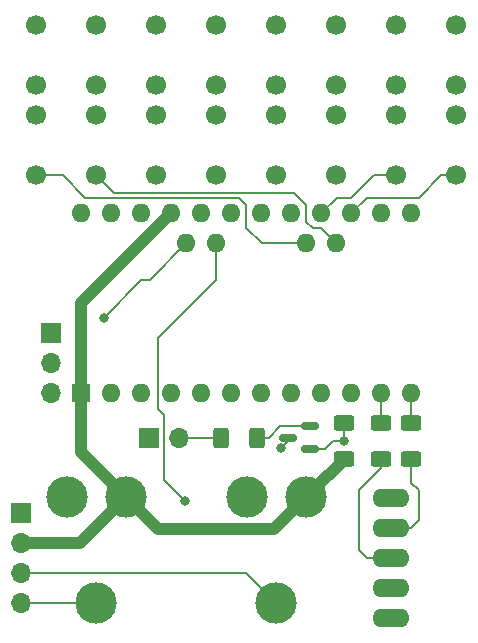
<source format=gbr>
%TF.GenerationSoftware,KiCad,Pcbnew,(6.0.7)*%
%TF.CreationDate,2022-08-14T18:42:22+02:00*%
%TF.ProjectId,BURC_Encoder_JRFormat,42555243-5f45-46e6-936f-6465725f4a52,v1.0*%
%TF.SameCoordinates,Original*%
%TF.FileFunction,Copper,L1,Top*%
%TF.FilePolarity,Positive*%
%FSLAX46Y46*%
G04 Gerber Fmt 4.6, Leading zero omitted, Abs format (unit mm)*
G04 Created by KiCad (PCBNEW (6.0.7)) date 2022-08-14 18:42:22*
%MOMM*%
%LPD*%
G01*
G04 APERTURE LIST*
G04 Aperture macros list*
%AMRoundRect*
0 Rectangle with rounded corners*
0 $1 Rounding radius*
0 $2 $3 $4 $5 $6 $7 $8 $9 X,Y pos of 4 corners*
0 Add a 4 corners polygon primitive as box body*
4,1,4,$2,$3,$4,$5,$6,$7,$8,$9,$2,$3,0*
0 Add four circle primitives for the rounded corners*
1,1,$1+$1,$2,$3*
1,1,$1+$1,$4,$5*
1,1,$1+$1,$6,$7*
1,1,$1+$1,$8,$9*
0 Add four rect primitives between the rounded corners*
20,1,$1+$1,$2,$3,$4,$5,0*
20,1,$1+$1,$4,$5,$6,$7,0*
20,1,$1+$1,$6,$7,$8,$9,0*
20,1,$1+$1,$8,$9,$2,$3,0*%
G04 Aperture macros list end*
%TA.AperFunction,ComponentPad*%
%ADD10R,1.700000X1.700000*%
%TD*%
%TA.AperFunction,ComponentPad*%
%ADD11O,1.700000X1.700000*%
%TD*%
%TA.AperFunction,ComponentPad*%
%ADD12C,1.700000*%
%TD*%
%TA.AperFunction,ComponentPad*%
%ADD13C,3.500000*%
%TD*%
%TA.AperFunction,ComponentPad*%
%ADD14O,3.133600X1.566800*%
%TD*%
%TA.AperFunction,SMDPad,CuDef*%
%ADD15RoundRect,0.250000X-0.625000X0.400000X-0.625000X-0.400000X0.625000X-0.400000X0.625000X0.400000X0*%
%TD*%
%TA.AperFunction,SMDPad,CuDef*%
%ADD16RoundRect,0.250000X-0.400000X-0.625000X0.400000X-0.625000X0.400000X0.625000X-0.400000X0.625000X0*%
%TD*%
%TA.AperFunction,SMDPad,CuDef*%
%ADD17R,1.600000X1.600000*%
%TD*%
%TA.AperFunction,ComponentPad*%
%ADD18O,1.600000X1.600000*%
%TD*%
%TA.AperFunction,SMDPad,CuDef*%
%ADD19RoundRect,0.150000X0.587500X0.150000X-0.587500X0.150000X-0.587500X-0.150000X0.587500X-0.150000X0*%
%TD*%
%TA.AperFunction,ViaPad*%
%ADD20C,0.800000*%
%TD*%
%TA.AperFunction,Conductor*%
%ADD21C,0.210000*%
%TD*%
%TA.AperFunction,Conductor*%
%ADD22C,1.000000*%
%TD*%
G04 APERTURE END LIST*
D10*
%TO.P,J4,1,Pin_1*%
%TO.N,GND*%
X129540000Y-121920000D03*
D11*
%TO.P,J4,2,Pin_2*%
%TO.N,+5V*%
X129540000Y-124460000D03*
%TO.P,J4,3,Pin_3*%
%TO.N,/A4*%
X129540000Y-127000000D03*
%TO.P,J4,4,Pin_4*%
%TO.N,Net-(J2-Pad2)*%
X129540000Y-129540000D03*
%TD*%
D12*
%TO.P,SW12,1,A*%
%TO.N,GND*%
X151130000Y-88265000D03*
%TO.P,SW12,2,B*%
%TO.N,/C12*%
X151130000Y-93345000D03*
%TD*%
D13*
%TO.P,U2,1,Vin*%
%TO.N,+5V*%
X153630000Y-120595000D03*
%TO.P,U2,2,Vout*%
%TO.N,/A4*%
X151130000Y-129595000D03*
%TO.P,U2,3,GND*%
%TO.N,GND*%
X148630000Y-120595000D03*
%TD*%
D12*
%TO.P,SW7,1,A*%
%TO.N,GND*%
X161290000Y-80645000D03*
%TO.P,SW7,2,B*%
%TO.N,/C7*%
X161290000Y-85725000D03*
%TD*%
%TO.P,SW5,1,A*%
%TO.N,GND*%
X151130000Y-80645000D03*
%TO.P,SW5,2,B*%
%TO.N,/C5*%
X151130000Y-85725000D03*
%TD*%
D10*
%TO.P,J2,1,Pin_1*%
%TO.N,/A5*%
X132080000Y-106680000D03*
D11*
%TO.P,J2,2,Pin_2*%
%TO.N,Net-(J2-Pad2)*%
X132080000Y-109220000D03*
%TO.P,J2,3,Pin_3*%
%TO.N,GND*%
X132080000Y-111760000D03*
%TD*%
D14*
%TO.P,J1,1,J*%
%TO.N,Net-(J1-Pad1)*%
X160849221Y-120719532D03*
%TO.P,J1,2,J*%
%TO.N,Net-(J1-Pad2)*%
X160849221Y-123259532D03*
%TO.P,J1,3,J*%
%TO.N,Net-(J1-Pad3)*%
X160849221Y-125799532D03*
%TO.P,J1,4,J*%
%TO.N,Net-(J1-Pad4)*%
X160849221Y-128339532D03*
%TO.P,J1,5,J*%
%TO.N,GND*%
X160849221Y-130879532D03*
%TD*%
D12*
%TO.P,SW13,1,A*%
%TO.N,GND*%
X146050000Y-88265000D03*
%TO.P,SW13,2,B*%
%TO.N,/C13*%
X146050000Y-93345000D03*
%TD*%
%TO.P,SW10,1,A*%
%TO.N,GND*%
X161290000Y-88265000D03*
%TO.P,SW10,2,B*%
%TO.N,/C10*%
X161290000Y-93345000D03*
%TD*%
%TO.P,SW1,1,A*%
%TO.N,GND*%
X130810000Y-80645000D03*
%TO.P,SW1,2,B*%
%TO.N,/C1*%
X130810000Y-85725000D03*
%TD*%
%TO.P,SW3,1,A*%
%TO.N,GND*%
X140970000Y-80645000D03*
%TO.P,SW3,2,B*%
%TO.N,/C3*%
X140970000Y-85725000D03*
%TD*%
%TO.P,SW16,1,A*%
%TO.N,GND*%
X130810000Y-88265000D03*
%TO.P,SW16,2,B*%
%TO.N,/C16*%
X130810000Y-93345000D03*
%TD*%
D15*
%TO.P,R4,1*%
%TO.N,Net-(J1-Pad1)*%
X156845000Y-114300000D03*
%TO.P,R4,2*%
%TO.N,+5V*%
X156845000Y-117400000D03*
%TD*%
D16*
%TO.P,R1,1*%
%TO.N,Net-(J3-Pad2)*%
X146405000Y-115570000D03*
%TO.P,R1,2*%
%TO.N,Net-(Q1-Pad2)*%
X149505000Y-115570000D03*
%TD*%
D12*
%TO.P,SW8,1,A*%
%TO.N,GND*%
X166370000Y-80645000D03*
%TO.P,SW8,2,B*%
%TO.N,/C8*%
X166370000Y-85725000D03*
%TD*%
%TO.P,SW9,1,A*%
%TO.N,GND*%
X166370000Y-88265000D03*
%TO.P,SW9,2,B*%
%TO.N,/C9*%
X166370000Y-93345000D03*
%TD*%
D15*
%TO.P,R3,1*%
%TO.N,Net-(R3-Pad1)*%
X160020000Y-114300000D03*
%TO.P,R3,2*%
%TO.N,Net-(J1-Pad3)*%
X160020000Y-117400000D03*
%TD*%
D12*
%TO.P,SW2,1,A*%
%TO.N,GND*%
X135890000Y-80645000D03*
%TO.P,SW2,2,B*%
%TO.N,/C2*%
X135890000Y-85725000D03*
%TD*%
D13*
%TO.P,U3,1,Vin*%
%TO.N,+5V*%
X138390000Y-120595000D03*
%TO.P,U3,2,Vout*%
%TO.N,Net-(J2-Pad2)*%
X135890000Y-129595000D03*
%TO.P,U3,3,GND*%
%TO.N,GND*%
X133390000Y-120595000D03*
%TD*%
D12*
%TO.P,SW4,1,A*%
%TO.N,GND*%
X146050000Y-80645000D03*
%TO.P,SW4,2,B*%
%TO.N,/C4*%
X146050000Y-85725000D03*
%TD*%
D17*
%TO.P,U1,1,D1/TX*%
%TO.N,unconnected-(U1-Pad1)*%
X134620000Y-111825000D03*
D18*
%TO.P,U1,2,D0/RX*%
%TO.N,Net-(J3-Pad1)*%
X137160000Y-111825000D03*
%TO.P,U1,3,~{RESET}*%
%TO.N,unconnected-(U1-Pad3)*%
X139700000Y-111825000D03*
%TO.P,U1,4,GND*%
%TO.N,GND*%
X142240000Y-111825000D03*
%TO.P,U1,5,D2*%
%TO.N,/C1*%
X144780000Y-111825000D03*
%TO.P,U1,6,D3*%
%TO.N,/C2*%
X147320000Y-111825000D03*
%TO.P,U1,7,D4*%
%TO.N,/C3*%
X149860000Y-111825000D03*
%TO.P,U1,8,D5*%
%TO.N,/C4*%
X152400000Y-111825000D03*
%TO.P,U1,9,D6*%
%TO.N,/C5*%
X154940000Y-111825000D03*
%TO.P,U1,10,D7*%
%TO.N,/C6*%
X157480000Y-111825000D03*
%TO.P,U1,11,D8*%
%TO.N,Net-(R3-Pad1)*%
X160020000Y-111825000D03*
%TO.P,U1,12,D9*%
%TO.N,Net-(R2-Pad1)*%
X162560000Y-111825000D03*
%TO.P,U1,13,D10*%
%TO.N,/C7*%
X162560000Y-96585000D03*
%TO.P,U1,14,D11*%
%TO.N,/C8*%
X160020000Y-96585000D03*
%TO.P,U1,15,D12*%
%TO.N,/C9*%
X157480000Y-96585000D03*
%TO.P,U1,16,D13*%
%TO.N,/C10*%
X154940000Y-96585000D03*
%TO.P,U1,17,A0*%
%TO.N,/C11*%
X152400000Y-96585000D03*
%TO.P,U1,18,A1*%
%TO.N,/C12*%
X149860000Y-96585000D03*
%TO.P,U1,19,A2*%
%TO.N,/C13*%
X147320000Y-96585000D03*
%TO.P,U1,20,A3*%
%TO.N,/C14*%
X144780000Y-96585000D03*
%TO.P,U1,21,+5V*%
%TO.N,+5V*%
X142240000Y-96585000D03*
%TO.P,U1,22*%
%TO.N,N/C*%
X139700000Y-96585000D03*
%TO.P,U1,23,GND*%
%TO.N,GND*%
X137160000Y-96585000D03*
%TO.P,U1,24,RAW*%
%TO.N,Net-(J1-Pad4)*%
X134620000Y-96585000D03*
%TO.P,U1,25,A5*%
%TO.N,/A5*%
X143510000Y-99125000D03*
%TO.P,U1,26,A4*%
%TO.N,/A4*%
X146050000Y-99125000D03*
%TO.P,U1,27,A7*%
%TO.N,/C16*%
X153670000Y-99125000D03*
%TO.P,U1,28,A6*%
%TO.N,/C15*%
X156210000Y-99125000D03*
%TD*%
D12*
%TO.P,SW15,1,A*%
%TO.N,GND*%
X135890000Y-88265000D03*
%TO.P,SW15,2,B*%
%TO.N,/C15*%
X135890000Y-93345000D03*
%TD*%
D15*
%TO.P,R2,1*%
%TO.N,Net-(R2-Pad1)*%
X162560000Y-114300000D03*
%TO.P,R2,2*%
%TO.N,Net-(J1-Pad2)*%
X162560000Y-117400000D03*
%TD*%
D12*
%TO.P,SW6,1,A*%
%TO.N,GND*%
X156210000Y-80645000D03*
%TO.P,SW6,2,B*%
%TO.N,/C6*%
X156210000Y-85725000D03*
%TD*%
%TO.P,SW14,1,A*%
%TO.N,GND*%
X140970000Y-88265000D03*
%TO.P,SW14,2,B*%
%TO.N,/C14*%
X140970000Y-93345000D03*
%TD*%
D10*
%TO.P,J3,1,Pin_1*%
%TO.N,Net-(J3-Pad1)*%
X140335000Y-115570000D03*
D11*
%TO.P,J3,2,Pin_2*%
%TO.N,Net-(J3-Pad2)*%
X142875000Y-115570000D03*
%TD*%
D19*
%TO.P,Q1,1,C*%
%TO.N,Net-(J1-Pad1)*%
X153972500Y-116520000D03*
%TO.P,Q1,2,B*%
%TO.N,Net-(Q1-Pad2)*%
X153972500Y-114620000D03*
%TO.P,Q1,3,E*%
%TO.N,GND*%
X152097500Y-115570000D03*
%TD*%
D12*
%TO.P,SW11,1,A*%
%TO.N,GND*%
X156210000Y-88265000D03*
%TO.P,SW11,2,B*%
%TO.N,/C11*%
X156210000Y-93345000D03*
%TD*%
D20*
%TO.N,Net-(J1-Pad1)*%
X156845000Y-115850000D03*
%TO.N,GND*%
X151511000Y-116459000D03*
%TO.N,/A5*%
X136525000Y-105410000D03*
%TO.N,/A4*%
X143383000Y-120904000D03*
%TD*%
D21*
%TO.N,Net-(J1-Pad1)*%
X153972500Y-116520000D02*
X155260000Y-116520000D01*
X155260000Y-116520000D02*
X155930000Y-115850000D01*
X155930000Y-115850000D02*
X156845000Y-115850000D01*
X156845000Y-115850000D02*
X156845000Y-114300000D01*
%TO.N,Net-(J1-Pad2)*%
X163195000Y-120015000D02*
X163195000Y-122555000D01*
X162560000Y-117400000D02*
X162560000Y-119380000D01*
X163195000Y-122555000D02*
X162490468Y-123259532D01*
X162560000Y-119380000D02*
X163195000Y-120015000D01*
X162490468Y-123259532D02*
X160849221Y-123259532D01*
%TO.N,Net-(J1-Pad3)*%
X158819532Y-125799532D02*
X160849221Y-125799532D01*
X160020000Y-117400000D02*
X160020000Y-118110000D01*
X158115000Y-120015000D02*
X158115000Y-125095000D01*
X160020000Y-118110000D02*
X158115000Y-120015000D01*
X158115000Y-125095000D02*
X158819532Y-125799532D01*
%TO.N,GND*%
X152097500Y-115872500D02*
X152097500Y-115570000D01*
X151511000Y-116459000D02*
X152097500Y-115872500D01*
%TO.N,Net-(Q1-Pad2)*%
X149505000Y-115570000D02*
X150495000Y-115570000D01*
X150495000Y-115570000D02*
X151445000Y-114620000D01*
X151445000Y-114620000D02*
X153972500Y-114620000D01*
%TO.N,Net-(R3-Pad1)*%
X160020000Y-114300000D02*
X160020000Y-111825000D01*
%TO.N,/C9*%
X165100000Y-93345000D02*
X166370000Y-93345000D01*
X158815000Y-95250000D02*
X163195000Y-95250000D01*
X163195000Y-95250000D02*
X165100000Y-93345000D01*
X157480000Y-96585000D02*
X158815000Y-95250000D01*
%TO.N,/C10*%
X159385000Y-93345000D02*
X161290000Y-93345000D01*
X154940000Y-96585000D02*
X156275000Y-95250000D01*
X157480000Y-95250000D02*
X159385000Y-93345000D01*
X156275000Y-95250000D02*
X157480000Y-95250000D01*
%TO.N,/C15*%
X153670000Y-97275000D02*
X154245000Y-97850000D01*
X154245000Y-97850000D02*
X154935000Y-97850000D01*
X154935000Y-97850000D02*
X156210000Y-99125000D01*
X135890000Y-93345000D02*
X137375000Y-94830000D01*
X152615000Y-94830000D02*
X153670000Y-95885000D01*
X137375000Y-94830000D02*
X152615000Y-94830000D01*
X153670000Y-95885000D02*
X153670000Y-97275000D01*
%TO.N,/C16*%
X130810000Y-93345000D02*
X133019800Y-93345000D01*
X153670000Y-99125000D02*
X149925000Y-99125000D01*
X149925000Y-99125000D02*
X148590000Y-97790000D01*
X148590000Y-97790000D02*
X148590000Y-95885000D01*
X147955000Y-95250000D02*
X134924800Y-95250000D01*
X133019800Y-93345000D02*
X134924800Y-95250000D01*
X148590000Y-95885000D02*
X147955000Y-95250000D01*
%TO.N,Net-(R2-Pad1)*%
X162560000Y-114300000D02*
X162560000Y-111825000D01*
D22*
%TO.N,+5V*%
X134620000Y-116825000D02*
X138390000Y-120595000D01*
X156845000Y-117400000D02*
X156845000Y-117475000D01*
X129540000Y-124460000D02*
X134525000Y-124460000D01*
X134620000Y-111825000D02*
X134620000Y-116825000D01*
X138390000Y-120595000D02*
X141112000Y-123317000D01*
X141112000Y-123317000D02*
X150908000Y-123317000D01*
X134620000Y-104205000D02*
X134620000Y-111825000D01*
X134525000Y-124460000D02*
X138390000Y-120595000D01*
X155480000Y-118745000D02*
X153630000Y-120595000D01*
X150908000Y-123317000D02*
X153630000Y-120595000D01*
X156845000Y-117475000D02*
X155575000Y-118745000D01*
X155575000Y-118745000D02*
X155480000Y-118745000D01*
X142240000Y-96585000D02*
X134620000Y-104205000D01*
D21*
%TO.N,Net-(J3-Pad2)*%
X146405000Y-115570000D02*
X142875000Y-115570000D01*
%TO.N,/A5*%
X139700000Y-102235000D02*
X140400000Y-102235000D01*
X136525000Y-105410000D02*
X139700000Y-102235000D01*
X140400000Y-102235000D02*
X143510000Y-99125000D01*
%TO.N,/A4*%
X148535000Y-127000000D02*
X151130000Y-129595000D01*
X146050000Y-102235000D02*
X141125000Y-107160000D01*
X146050000Y-99125000D02*
X146050000Y-102235000D01*
X129540000Y-127000000D02*
X148535000Y-127000000D01*
X141605000Y-113665000D02*
X141605000Y-119126000D01*
X141125000Y-107160000D02*
X141125000Y-113185000D01*
X141125000Y-113185000D02*
X141605000Y-113665000D01*
X141605000Y-119126000D02*
X143383000Y-120904000D01*
%TO.N,Net-(J2-Pad2)*%
X135835000Y-129540000D02*
X135890000Y-129595000D01*
X129540000Y-129540000D02*
X135835000Y-129540000D01*
%TD*%
M02*

</source>
